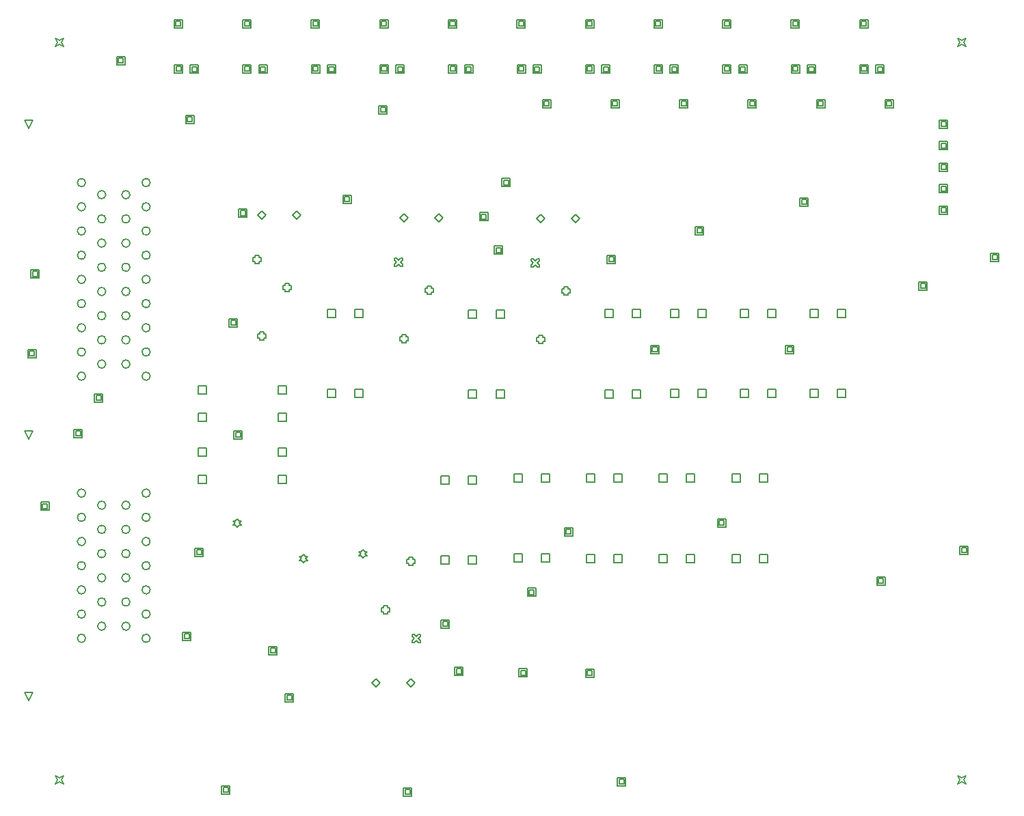
<source format=gbr>
%TF.GenerationSoftware,Altium Limited,Altium Designer,19.0.10 (269)*%
G04 Layer_Color=2752767*
%FSLAX26Y26*%
%MOIN*%
%TF.FileFunction,Drawing*%
%TF.Part,Single*%
G01*
G75*
%TA.AperFunction,NonConductor*%
%ADD79C,0.005000*%
%ADD80C,0.006667*%
D79*
X1365551Y1745000D02*
Y1785000D01*
X1405551D01*
Y1745000D01*
X1365551D01*
X975000D02*
Y1785000D01*
X1015000D01*
Y1745000D01*
X975000D01*
X1365551Y1878858D02*
Y1918858D01*
X1405551D01*
Y1878858D01*
X1365551D01*
X975000D02*
Y1918858D01*
X1015000D01*
Y1878858D01*
X975000D01*
Y2183780D02*
Y2223780D01*
X1015000D01*
Y2183780D01*
X975000D01*
X1365551D02*
Y2223780D01*
X1405551D01*
Y2183780D01*
X1365551D01*
X975000Y2049921D02*
Y2089921D01*
X1015000D01*
Y2049921D01*
X975000D01*
X1365551D02*
Y2089921D01*
X1405551D01*
Y2049921D01*
X1365551D01*
X1604843Y2166206D02*
Y2206206D01*
X1644843D01*
Y2166206D01*
X1604843D01*
Y2556757D02*
Y2596757D01*
X1644843D01*
Y2556757D01*
X1604843D01*
X1738701Y2166206D02*
Y2206206D01*
X1778701D01*
Y2166206D01*
X1738701D01*
Y2556757D02*
Y2596757D01*
X1778701D01*
Y2556757D01*
X1738701D01*
X2293490Y2161724D02*
Y2201724D01*
X2333490D01*
Y2161724D01*
X2293490D01*
Y2552276D02*
Y2592276D01*
X2333490D01*
Y2552276D01*
X2293490D01*
X2427348Y2161724D02*
Y2201724D01*
X2467348D01*
Y2161724D01*
X2427348D01*
Y2552276D02*
Y2592276D01*
X2467348D01*
Y2552276D01*
X2427348D01*
X2959165Y2163724D02*
Y2203724D01*
X2999165D01*
Y2163724D01*
X2959165D01*
Y2554276D02*
Y2594276D01*
X2999165D01*
Y2554276D01*
X2959165D01*
X3093023Y2163724D02*
Y2203724D01*
X3133023D01*
Y2163724D01*
X3093023D01*
Y2554276D02*
Y2594276D01*
X3133023D01*
Y2554276D01*
X3093023D01*
X3279361Y2164449D02*
Y2204449D01*
X3319361D01*
Y2164449D01*
X3279361D01*
Y2555000D02*
Y2595000D01*
X3319361D01*
Y2555000D01*
X3279361D01*
X3413220Y2164449D02*
Y2204449D01*
X3453220D01*
Y2164449D01*
X3413220D01*
Y2555000D02*
Y2595000D01*
X3453220D01*
Y2555000D01*
X3413220D01*
X3618246Y2164724D02*
Y2204724D01*
X3658246D01*
Y2164724D01*
X3618246D01*
Y2555276D02*
Y2595276D01*
X3658246D01*
Y2555276D01*
X3618246D01*
X3752104Y2164724D02*
Y2204724D01*
X3792104D01*
Y2164724D01*
X3752104D01*
Y2555276D02*
Y2595276D01*
X3792104D01*
Y2555276D01*
X3752104D01*
X3958379Y2164898D02*
Y2204898D01*
X3998379D01*
Y2164898D01*
X3958379D01*
Y2555450D02*
Y2595450D01*
X3998379D01*
Y2555450D01*
X3958379D01*
X4092237Y2164898D02*
Y2204898D01*
X4132237D01*
Y2164898D01*
X4092237D01*
Y2555450D02*
Y2595450D01*
X4132237D01*
Y2555450D01*
X4092237D01*
X3711237Y1751450D02*
Y1791450D01*
X3751237D01*
Y1751450D01*
X3711237D01*
Y1360898D02*
Y1400898D01*
X3751237D01*
Y1360898D01*
X3711237D01*
X3577378Y1751450D02*
Y1791450D01*
X3617378D01*
Y1751450D01*
X3577378D01*
Y1360898D02*
Y1400898D01*
X3617378D01*
Y1360898D01*
X3577378D01*
X3356886Y1751000D02*
Y1791000D01*
X3396886D01*
Y1751000D01*
X3356886D01*
Y1360449D02*
Y1400449D01*
X3396886D01*
Y1360449D01*
X3356886D01*
X3223028Y1751000D02*
Y1791000D01*
X3263028D01*
Y1751000D01*
X3223028D01*
Y1360449D02*
Y1400449D01*
X3263028D01*
Y1360449D01*
X3223028D01*
X3002570Y1751450D02*
Y1791450D01*
X3042570D01*
Y1751450D01*
X3002570D01*
Y1360898D02*
Y1400898D01*
X3042570D01*
Y1360898D01*
X3002570D01*
X2868712Y1751450D02*
Y1791450D01*
X2908712D01*
Y1751450D01*
X2868712D01*
Y1360898D02*
Y1400898D01*
X2908712D01*
Y1360898D01*
X2868712D01*
X2647701Y1751757D02*
Y1791757D01*
X2687701D01*
Y1751757D01*
X2647701D01*
Y1361206D02*
Y1401206D01*
X2687701D01*
Y1361206D01*
X2647701D01*
X2513843Y1751757D02*
Y1791757D01*
X2553843D01*
Y1751757D01*
X2513843D01*
Y1361206D02*
Y1401206D01*
X2553843D01*
Y1361206D01*
X2513843D01*
X2293314Y1743253D02*
Y1783253D01*
X2333314D01*
Y1743253D01*
X2293314D01*
Y1352702D02*
Y1392702D01*
X2333314D01*
Y1352702D01*
X2293314D01*
X2159456Y1743253D02*
Y1783253D01*
X2199456D01*
Y1743253D01*
X2159456D01*
Y1352702D02*
Y1392702D01*
X2199456D01*
Y1352702D01*
X2159456D01*
X150000Y684724D02*
X130000Y724724D01*
X170000D01*
X150000Y684724D01*
Y1964252D02*
X130000Y2004252D01*
X170000D01*
X150000Y1964252D01*
Y3480000D02*
X130000Y3520000D01*
X170000D01*
X150000Y3480000D01*
X1166000Y1532000D02*
X1176000Y1542000D01*
X1186000D01*
X1176000Y1552000D01*
X1186000Y1562000D01*
X1176000D01*
X1166000Y1572000D01*
X1156000Y1562000D01*
X1146000D01*
X1156000Y1552000D01*
X1146000Y1542000D01*
X1156000D01*
X1166000Y1532000D01*
X1777000Y1381000D02*
X1787000Y1391000D01*
X1797000D01*
X1787000Y1401000D01*
X1797000Y1411000D01*
X1787000D01*
X1777000Y1421000D01*
X1767000Y1411000D01*
X1757000D01*
X1767000Y1401000D01*
X1757000Y1391000D01*
X1767000D01*
X1777000Y1381000D01*
X1490000Y1360000D02*
X1500000Y1370000D01*
X1510000D01*
X1500000Y1380000D01*
X1510000Y1390000D01*
X1500000D01*
X1490000Y1400000D01*
X1480000Y1390000D01*
X1470000D01*
X1480000Y1380000D01*
X1470000Y1370000D01*
X1480000D01*
X1490000Y1360000D01*
X4680000Y280000D02*
X4690000Y300000D01*
X4680000Y320000D01*
X4700000Y310000D01*
X4720000Y320000D01*
X4710000Y300000D01*
X4720000Y280000D01*
X4700000Y290000D01*
X4680000Y280000D01*
Y3880000D02*
X4690000Y3900000D01*
X4680000Y3920000D01*
X4700000Y3910000D01*
X4720000Y3920000D01*
X4710000Y3900000D01*
X4720000Y3880000D01*
X4700000Y3890000D01*
X4680000Y3880000D01*
X280000D02*
X290000Y3900000D01*
X280000Y3920000D01*
X300000Y3910000D01*
X320000Y3920000D01*
X310000Y3900000D01*
X320000Y3880000D01*
X300000Y3890000D01*
X280000Y3880000D01*
Y280000D02*
X290000Y300000D01*
X280000Y320000D01*
X300000Y310000D01*
X320000Y320000D01*
X310000Y300000D01*
X320000Y280000D01*
X300000Y290000D01*
X280000Y280000D01*
X2634656Y2439512D02*
Y2429512D01*
X2654656D01*
Y2439512D01*
X2664656D01*
Y2459512D01*
X2654656D01*
Y2469512D01*
X2634656D01*
Y2459512D01*
X2624656D01*
Y2439512D01*
X2634656D01*
X2599065Y2803528D02*
X2609065D01*
X2619065Y2813528D01*
X2629065Y2803528D01*
X2639065D01*
Y2813528D01*
X2629065Y2823528D01*
X2639065Y2833528D01*
Y2843528D01*
X2629065D01*
X2619065Y2833528D01*
X2609065Y2843528D01*
X2599065D01*
Y2833528D01*
X2609065Y2823528D01*
X2599065Y2813528D01*
Y2803528D01*
X2758671Y2675732D02*
Y2665732D01*
X2778671D01*
Y2675732D01*
X2788671D01*
Y2695732D01*
X2778671D01*
Y2705732D01*
X2758671D01*
Y2695732D01*
X2748671D01*
Y2675732D01*
X2758671D01*
X2793947Y3040063D02*
X2813947Y3060063D01*
X2833947Y3040063D01*
X2813947Y3020063D01*
X2793947Y3040063D01*
X2624656D02*
X2644656Y3060063D01*
X2664656Y3040063D01*
X2644656Y3020063D01*
X2624656Y3040063D01*
X1969001Y2442449D02*
Y2432449D01*
X1989001D01*
Y2442449D01*
X1999001D01*
Y2462449D01*
X1989001D01*
Y2472449D01*
X1969001D01*
Y2462449D01*
X1959001D01*
Y2442449D01*
X1969001D01*
X1933410Y2806465D02*
X1943410D01*
X1953410Y2816465D01*
X1963410Y2806465D01*
X1973410D01*
Y2816465D01*
X1963410Y2826465D01*
X1973410Y2836465D01*
Y2846465D01*
X1963410D01*
X1953410Y2836465D01*
X1943410Y2846465D01*
X1933410D01*
Y2836465D01*
X1943410Y2826465D01*
X1933410Y2816465D01*
Y2806465D01*
X2093016Y2678670D02*
Y2668670D01*
X2113016D01*
Y2678670D01*
X2123016D01*
Y2698670D01*
X2113016D01*
Y2708670D01*
X2093016D01*
Y2698670D01*
X2083016D01*
Y2678670D01*
X2093016D01*
X2128292Y3043001D02*
X2148292Y3063001D01*
X2168292Y3043001D01*
X2148292Y3023001D01*
X2128292Y3043001D01*
X1959001D02*
X1979001Y3063001D01*
X1999001Y3043001D01*
X1979001Y3023001D01*
X1959001Y3043001D01*
X1276000Y2456449D02*
Y2446449D01*
X1296000D01*
Y2456449D01*
X1306000D01*
Y2476449D01*
X1296000D01*
Y2486449D01*
X1276000D01*
Y2476449D01*
X1266000D01*
Y2456449D01*
X1276000D01*
X1250410Y2830465D02*
Y2820465D01*
X1270410D01*
Y2830465D01*
X1280410D01*
Y2850465D01*
X1270410D01*
Y2860465D01*
X1250410D01*
Y2850465D01*
X1240410D01*
Y2830465D01*
X1250410D01*
X1400016Y2692669D02*
Y2682669D01*
X1420016D01*
Y2692669D01*
X1430016D01*
Y2712669D01*
X1420016D01*
Y2722669D01*
X1400016D01*
Y2712669D01*
X1390016D01*
Y2692669D01*
X1400016D01*
X1435292Y3057000D02*
X1455292Y3077000D01*
X1475292Y3057000D01*
X1455292Y3037000D01*
X1435292Y3057000D01*
X1266000D02*
X1286000Y3077000D01*
X1306000Y3057000D01*
X1286000Y3037000D01*
X1266000Y3057000D01*
X2001929Y1354551D02*
Y1344551D01*
X2021929D01*
Y1354551D01*
X2031929D01*
Y1374551D01*
X2021929D01*
Y1384551D01*
X2001929D01*
Y1374551D01*
X1991929D01*
Y1354551D01*
X2001929D01*
X2017520Y970535D02*
X2027520D01*
X2037520Y980535D01*
X2047520Y970535D01*
X2057520D01*
Y980535D01*
X2047520Y990535D01*
X2057520Y1000535D01*
Y1010535D01*
X2047520D01*
X2037520Y1000535D01*
X2027520Y1010535D01*
X2017520D01*
Y1000535D01*
X2027520Y990535D01*
X2017520Y980535D01*
Y970535D01*
X1877913Y1118331D02*
Y1108331D01*
X1897913D01*
Y1118331D01*
X1907913D01*
Y1138331D01*
X1897913D01*
Y1148331D01*
X1877913D01*
Y1138331D01*
X1867913D01*
Y1118331D01*
X1877913D01*
X1822638Y774000D02*
X1842638Y794000D01*
X1862638Y774000D01*
X1842638Y754000D01*
X1822638Y774000D01*
X1991929D02*
X2011929Y794000D01*
X2031929Y774000D01*
X2011929Y754000D01*
X1991929Y774000D01*
X1856294Y3550439D02*
Y3590439D01*
X1896294D01*
Y3550439D01*
X1856294D01*
X1864294Y3558439D02*
Y3582439D01*
X1888294D01*
Y3558439D01*
X1864294D01*
X2226000Y809000D02*
Y849000D01*
X2266000D01*
Y809000D01*
X2226000D01*
X2234000Y817000D02*
Y841000D01*
X2258000D01*
Y817000D01*
X2234000D01*
X1173000Y3046000D02*
Y3086000D01*
X1213000D01*
Y3046000D01*
X1173000D01*
X1181000Y3054000D02*
Y3078000D01*
X1205000D01*
Y3054000D01*
X1181000D01*
X1681000Y3113000D02*
Y3153000D01*
X1721000D01*
Y3113000D01*
X1681000D01*
X1689000Y3121000D02*
Y3145000D01*
X1713000D01*
Y3121000D01*
X1689000D01*
X914000Y3504000D02*
Y3544000D01*
X954000D01*
Y3504000D01*
X914000D01*
X922000Y3512000D02*
Y3536000D01*
X946000D01*
Y3512000D01*
X922000D01*
X3508000Y1533000D02*
Y1573000D01*
X3548000D01*
Y1533000D01*
X3508000D01*
X3516000Y1541000D02*
Y1565000D01*
X3540000D01*
Y1541000D01*
X3516000D01*
X2347000Y3028000D02*
Y3068000D01*
X2387000D01*
Y3028000D01*
X2347000D01*
X2355000Y3036000D02*
Y3060000D01*
X2379000D01*
Y3036000D01*
X2355000D01*
X2456217Y3194567D02*
Y3234567D01*
X2496217D01*
Y3194567D01*
X2456217D01*
X2464217Y3202567D02*
Y3226567D01*
X2488217D01*
Y3202567D01*
X2464217D01*
X144695Y2360000D02*
Y2400000D01*
X184695D01*
Y2360000D01*
X144695D01*
X152695Y2368000D02*
Y2392000D01*
X176695D01*
Y2368000D01*
X152695D01*
X160000Y2749010D02*
Y2789010D01*
X200000D01*
Y2749010D01*
X160000D01*
X168000Y2757010D02*
Y2781010D01*
X192000D01*
Y2757010D01*
X168000D01*
X4324456Y3580000D02*
Y3620000D01*
X4364456D01*
Y3580000D01*
X4324456D01*
X4332456Y3588000D02*
Y3612000D01*
X4356456D01*
Y3588000D01*
X4332456D01*
X3322396Y3580000D02*
Y3620000D01*
X3362396D01*
Y3580000D01*
X3322396D01*
X3330396Y3588000D02*
Y3612000D01*
X3354396D01*
Y3588000D01*
X3330396D01*
X577000Y3790000D02*
Y3830000D01*
X617000D01*
Y3790000D01*
X577000D01*
X585000Y3798000D02*
Y3822000D01*
X609000D01*
Y3798000D01*
X585000D01*
X4840000Y2830000D02*
Y2870000D01*
X4880000D01*
Y2830000D01*
X4840000D01*
X4848000Y2838000D02*
Y2862000D01*
X4872000D01*
Y2838000D01*
X4848000D01*
X207000Y1614278D02*
Y1654278D01*
X247000D01*
Y1614278D01*
X207000D01*
X215000Y1622278D02*
Y1646278D01*
X239000D01*
Y1622278D01*
X215000D01*
X470000Y2142952D02*
Y2182952D01*
X510000D01*
Y2142952D01*
X470000D01*
X478000Y2150952D02*
Y2174952D01*
X502000D01*
Y2150952D01*
X478000D01*
X370000Y1970000D02*
Y2010000D01*
X410000D01*
Y1970000D01*
X370000D01*
X378000Y1978000D02*
Y2002000D01*
X402000D01*
Y1978000D01*
X378000D01*
X3840000Y2380000D02*
Y2420000D01*
X3880000D01*
Y2380000D01*
X3840000D01*
X3848000Y2388000D02*
Y2412000D01*
X3872000D01*
Y2388000D01*
X3848000D01*
X3182201Y2380000D02*
Y2420000D01*
X3222201D01*
Y2380000D01*
X3182201D01*
X3190201Y2388000D02*
Y2412000D01*
X3214201D01*
Y2388000D01*
X3190201D01*
X2760726Y1490000D02*
Y1530000D01*
X2800726D01*
Y1490000D01*
X2760726D01*
X2768726Y1498000D02*
Y1522000D01*
X2792726D01*
Y1498000D01*
X2768726D01*
X4690000Y1400000D02*
Y1440000D01*
X4730000D01*
Y1400000D01*
X4690000D01*
X4698000Y1408000D02*
Y1432000D01*
X4722000D01*
Y1408000D01*
X4698000D01*
X4490000Y2690000D02*
Y2730000D01*
X4530000D01*
Y2690000D01*
X4490000D01*
X4498000Y2698000D02*
Y2722000D01*
X4522000D01*
Y2698000D01*
X4498000D01*
X3910000Y3100000D02*
Y3140000D01*
X3950000D01*
Y3100000D01*
X3910000D01*
X3918000Y3108000D02*
Y3132000D01*
X3942000D01*
Y3108000D01*
X3918000D01*
X3400000Y2960000D02*
Y3000000D01*
X3440000D01*
Y2960000D01*
X3400000D01*
X3408000Y2968000D02*
Y2992000D01*
X3432000D01*
Y2968000D01*
X3408000D01*
X2970000Y2820465D02*
Y2860465D01*
X3010000D01*
Y2820465D01*
X2970000D01*
X2978000Y2828465D02*
Y2852465D01*
X3002000D01*
Y2828465D01*
X2978000D01*
X2420000Y2864821D02*
Y2904821D01*
X2460000D01*
Y2864821D01*
X2420000D01*
X2428000Y2872821D02*
Y2896821D01*
X2452000D01*
Y2872821D01*
X2428000D01*
X1150000Y1964252D02*
Y2004252D01*
X1190000D01*
Y1964252D01*
X1150000D01*
X1158000Y1972252D02*
Y1996252D01*
X1182000D01*
Y1972252D01*
X1158000D01*
X1126000Y2510000D02*
Y2550000D01*
X1166000D01*
Y2510000D01*
X1126000D01*
X1134000Y2518000D02*
Y2542000D01*
X1158000D01*
Y2518000D01*
X1134000D01*
X960000Y1390000D02*
Y1430000D01*
X1000000D01*
Y1390000D01*
X960000D01*
X968000Y1398000D02*
Y1422000D01*
X992000D01*
Y1398000D01*
X968000D01*
X900000Y980000D02*
Y1020000D01*
X940000D01*
Y980000D01*
X900000D01*
X908000Y988000D02*
Y1012000D01*
X932000D01*
Y988000D01*
X908000D01*
X1320000Y910000D02*
Y950000D01*
X1360000D01*
Y910000D01*
X1320000D01*
X1328000Y918000D02*
Y942000D01*
X1352000D01*
Y918000D01*
X1328000D01*
X2160000Y1040000D02*
Y1080000D01*
X2200000D01*
Y1040000D01*
X2160000D01*
X2168000Y1048000D02*
Y1072000D01*
X2192000D01*
Y1048000D01*
X2168000D01*
X1400000Y680000D02*
Y720000D01*
X1440000D01*
Y680000D01*
X1400000D01*
X1408000Y688000D02*
Y712000D01*
X1432000D01*
Y688000D01*
X1408000D01*
X2581000Y1195000D02*
Y1235000D01*
X2621000D01*
Y1195000D01*
X2581000D01*
X2589000Y1203000D02*
Y1227000D01*
X2613000D01*
Y1203000D01*
X2589000D01*
X2540000Y802000D02*
Y842000D01*
X2580000D01*
Y802000D01*
X2540000D01*
X2548000Y810000D02*
Y834000D01*
X2572000D01*
Y810000D01*
X2548000D01*
X2863776Y800000D02*
Y840000D01*
X2903776D01*
Y800000D01*
X2863776D01*
X2871776Y808000D02*
Y832000D01*
X2895776D01*
Y808000D01*
X2871776D01*
X4284000Y1250000D02*
Y1290000D01*
X4324000D01*
Y1250000D01*
X4284000D01*
X4292000Y1258000D02*
Y1282000D01*
X4316000D01*
Y1258000D01*
X4292000D01*
X3020000Y270000D02*
Y310000D01*
X3060000D01*
Y270000D01*
X3020000D01*
X3028000Y278000D02*
Y302000D01*
X3052000D01*
Y278000D01*
X3028000D01*
X1975969Y220000D02*
Y260000D01*
X2015969D01*
Y220000D01*
X1975969D01*
X1983969Y228000D02*
Y252000D01*
X2007969D01*
Y228000D01*
X1983969D01*
X1090000Y230000D02*
Y270000D01*
X1130000D01*
Y230000D01*
X1090000D01*
X1098000Y238000D02*
Y262000D01*
X1122000D01*
Y238000D01*
X1098000D01*
X3945388Y3748482D02*
Y3788482D01*
X3985388D01*
Y3748482D01*
X3945388D01*
X3953388Y3756482D02*
Y3780482D01*
X3977388D01*
Y3756482D01*
X3953388D01*
X1939644Y3748482D02*
Y3788482D01*
X1979644D01*
Y3748482D01*
X1939644D01*
X1947644Y3756482D02*
Y3780482D01*
X1971644D01*
Y3756482D01*
X1947644D01*
X1605353Y3748482D02*
Y3788482D01*
X1645353D01*
Y3748482D01*
X1605353D01*
X1613353Y3756482D02*
Y3780482D01*
X1637353D01*
Y3756482D01*
X1613353D01*
X1861888Y3750726D02*
Y3790726D01*
X1901888D01*
Y3750726D01*
X1861888D01*
X1869888Y3758726D02*
Y3782726D01*
X1893888D01*
Y3758726D01*
X1869888D01*
X4590000Y3060000D02*
Y3100000D01*
X4630000D01*
Y3060000D01*
X4590000D01*
X4598000Y3068000D02*
Y3092000D01*
X4622000D01*
Y3068000D01*
X4598000D01*
X4590000Y3165000D02*
Y3205000D01*
X4630000D01*
Y3165000D01*
X4590000D01*
X4598000Y3173000D02*
Y3197000D01*
X4622000D01*
Y3173000D01*
X4598000D01*
X4590000Y3270000D02*
Y3310000D01*
X4630000D01*
Y3270000D01*
X4590000D01*
X4598000Y3278000D02*
Y3302000D01*
X4622000D01*
Y3278000D01*
X4598000D01*
X4590000Y3375000D02*
Y3415000D01*
X4630000D01*
Y3375000D01*
X4590000D01*
X4598000Y3383000D02*
Y3407000D01*
X4622000D01*
Y3383000D01*
X4598000D01*
X4590000Y3480000D02*
Y3520000D01*
X4630000D01*
Y3480000D01*
X4590000D01*
X4598000Y3488000D02*
Y3512000D01*
X4622000D01*
Y3488000D01*
X4598000D01*
X3990977Y3580000D02*
Y3620000D01*
X4030977D01*
Y3580000D01*
X3990977D01*
X3998977Y3588000D02*
Y3612000D01*
X4022977D01*
Y3588000D01*
X3998977D01*
X3656686Y3580000D02*
Y3620000D01*
X3696686D01*
Y3580000D01*
X3656686D01*
X3664686Y3588000D02*
Y3612000D01*
X3688686D01*
Y3588000D01*
X3664686D01*
X3276806Y3748482D02*
Y3788482D01*
X3316806D01*
Y3748482D01*
X3276806D01*
X3284806Y3756482D02*
Y3780482D01*
X3308806D01*
Y3756482D01*
X3284806D01*
X2988105Y3580000D02*
Y3620000D01*
X3028105D01*
Y3580000D01*
X2988105D01*
X2996105Y3588000D02*
Y3612000D01*
X3020105D01*
Y3588000D01*
X2996105D01*
X2653814Y3580000D02*
Y3620000D01*
X2693814D01*
Y3580000D01*
X2653814D01*
X2661814Y3588000D02*
Y3612000D01*
X2685814D01*
Y3588000D01*
X2661814D01*
X1271063Y3748482D02*
Y3788482D01*
X1311063D01*
Y3748482D01*
X1271063D01*
X1279063Y3756482D02*
Y3780482D01*
X1303063D01*
Y3756482D01*
X1279063D01*
X1192323Y3969740D02*
Y4009740D01*
X1232323D01*
Y3969740D01*
X1192323D01*
X1200323Y3977740D02*
Y4001740D01*
X1224323D01*
Y3977740D01*
X1200323D01*
X1193307Y3750726D02*
Y3790726D01*
X1233307D01*
Y3750726D01*
X1193307D01*
X1201307Y3758726D02*
Y3782726D01*
X1225307D01*
Y3758726D01*
X1201307D01*
X1526613Y3969740D02*
Y4009740D01*
X1566613D01*
Y3969740D01*
X1526613D01*
X1534613Y3977740D02*
Y4001740D01*
X1558613D01*
Y3977740D01*
X1534613D01*
X1527597Y3750726D02*
Y3790726D01*
X1567597D01*
Y3750726D01*
X1527597D01*
X1535597Y3758726D02*
Y3782726D01*
X1559597D01*
Y3758726D01*
X1535597D01*
X3611097Y3748482D02*
Y3788482D01*
X3651097D01*
Y3748482D01*
X3611097D01*
X3619097Y3756482D02*
Y3780482D01*
X3643097D01*
Y3756482D01*
X3619097D01*
X3532357Y3969740D02*
Y4009740D01*
X3572357D01*
Y3969740D01*
X3532357D01*
X3540357Y3977740D02*
Y4001740D01*
X3564357D01*
Y3977740D01*
X3540357D01*
X3533341Y3750726D02*
Y3790726D01*
X3573341D01*
Y3750726D01*
X3533341D01*
X3541341Y3758726D02*
Y3782726D01*
X3565341D01*
Y3758726D01*
X3541341D01*
X3866647Y3969740D02*
Y4009740D01*
X3906647D01*
Y3969740D01*
X3866647D01*
X3874647Y3977740D02*
Y4001740D01*
X3898647D01*
Y3977740D01*
X3874647D01*
X3867632Y3750726D02*
Y3790726D01*
X3907632D01*
Y3750726D01*
X3867632D01*
X3875632Y3758726D02*
Y3782726D01*
X3899632D01*
Y3758726D01*
X3875632D01*
X4279678Y3748482D02*
Y3788482D01*
X4319678D01*
Y3748482D01*
X4279678D01*
X4287678Y3756482D02*
Y3780482D01*
X4311678D01*
Y3756482D01*
X4287678D01*
X4200938Y3969740D02*
Y4009740D01*
X4240938D01*
Y3969740D01*
X4200938D01*
X4208938Y3977740D02*
Y4001740D01*
X4232938D01*
Y3977740D01*
X4208938D01*
X4201922Y3750726D02*
Y3790726D01*
X4241922D01*
Y3750726D01*
X4201922D01*
X4209922Y3758726D02*
Y3782726D01*
X4233922D01*
Y3758726D01*
X4209922D01*
X1860904Y3969740D02*
Y4009740D01*
X1900904D01*
Y3969740D01*
X1860904D01*
X1868904Y3977740D02*
Y4001740D01*
X1892904D01*
Y3977740D01*
X1868904D01*
X2273935Y3748482D02*
Y3788482D01*
X2313935D01*
Y3748482D01*
X2273935D01*
X2281935Y3756482D02*
Y3780482D01*
X2305935D01*
Y3756482D01*
X2281935D01*
X2195194Y3969740D02*
Y4009740D01*
X2235194D01*
Y3969740D01*
X2195194D01*
X2203194Y3977740D02*
Y4001740D01*
X2227194D01*
Y3977740D01*
X2203194D01*
X2196179Y3750726D02*
Y3790726D01*
X2236179D01*
Y3750726D01*
X2196179D01*
X2204179Y3758726D02*
Y3782726D01*
X2228179D01*
Y3758726D01*
X2204179D01*
X2608225Y3748482D02*
Y3788482D01*
X2648225D01*
Y3748482D01*
X2608225D01*
X2616225Y3756482D02*
Y3780482D01*
X2640225D01*
Y3756482D01*
X2616225D01*
X2529485Y3969740D02*
Y4009740D01*
X2569485D01*
Y3969740D01*
X2529485D01*
X2537485Y3977740D02*
Y4001740D01*
X2561485D01*
Y3977740D01*
X2537485D01*
X2530469Y3750726D02*
Y3790726D01*
X2570469D01*
Y3750726D01*
X2530469D01*
X2538469Y3758726D02*
Y3782726D01*
X2562469D01*
Y3758726D01*
X2538469D01*
X2942516Y3748482D02*
Y3788482D01*
X2982516D01*
Y3748482D01*
X2942516D01*
X2950516Y3756482D02*
Y3780482D01*
X2974516D01*
Y3756482D01*
X2950516D01*
X2863776Y3969740D02*
Y4009740D01*
X2903776D01*
Y3969740D01*
X2863776D01*
X2871776Y3977740D02*
Y4001740D01*
X2895776D01*
Y3977740D01*
X2871776D01*
X2864760Y3750726D02*
Y3790726D01*
X2904760D01*
Y3750726D01*
X2864760D01*
X2872760Y3758726D02*
Y3782726D01*
X2896760D01*
Y3758726D01*
X2872760D01*
X3198066Y3969740D02*
Y4009740D01*
X3238066D01*
Y3969740D01*
X3198066D01*
X3206066Y3977740D02*
Y4001740D01*
X3230066D01*
Y3977740D01*
X3206066D01*
X3199050Y3750726D02*
Y3790726D01*
X3239050D01*
Y3750726D01*
X3199050D01*
X3207050Y3758726D02*
Y3782726D01*
X3231050D01*
Y3758726D01*
X3207050D01*
X936772Y3748482D02*
Y3788482D01*
X976772D01*
Y3748482D01*
X936772D01*
X944772Y3756482D02*
Y3780482D01*
X968772D01*
Y3756482D01*
X944772D01*
X858032Y3969740D02*
Y4009740D01*
X898032D01*
Y3969740D01*
X858032D01*
X866032Y3977740D02*
Y4001740D01*
X890032D01*
Y3977740D01*
X866032D01*
X859016Y3750726D02*
Y3790726D01*
X899016D01*
Y3750726D01*
X859016D01*
X867016Y3758726D02*
Y3782726D01*
X891016D01*
Y3758726D01*
X867016D01*
D80*
X740866Y2269685D02*
G03*
X740866Y2269685I-20000J0D01*
G01*
Y2387795D02*
G03*
X740866Y2387795I-20000J0D01*
G01*
Y2505905D02*
G03*
X740866Y2505905I-20000J0D01*
G01*
Y2624016D02*
G03*
X740866Y2624016I-20000J0D01*
G01*
Y2742126D02*
G03*
X740866Y2742126I-20000J0D01*
G01*
Y2860236D02*
G03*
X740866Y2860236I-20000J0D01*
G01*
Y2978347D02*
G03*
X740866Y2978347I-20000J0D01*
G01*
Y3096457D02*
G03*
X740866Y3096457I-20000J0D01*
G01*
Y3214567D02*
G03*
X740866Y3214567I-20000J0D01*
G01*
X642441Y2328740D02*
G03*
X642441Y2328740I-20000J0D01*
G01*
Y2446850D02*
G03*
X642441Y2446850I-20000J0D01*
G01*
Y2564961D02*
G03*
X642441Y2564961I-20000J0D01*
G01*
Y2683071D02*
G03*
X642441Y2683071I-20000J0D01*
G01*
Y2801181D02*
G03*
X642441Y2801181I-20000J0D01*
G01*
Y2919291D02*
G03*
X642441Y2919291I-20000J0D01*
G01*
Y3037402D02*
G03*
X642441Y3037402I-20000J0D01*
G01*
Y3155512D02*
G03*
X642441Y3155512I-20000J0D01*
G01*
X524331Y2328740D02*
G03*
X524331Y2328740I-20000J0D01*
G01*
Y2446850D02*
G03*
X524331Y2446850I-20000J0D01*
G01*
Y2564961D02*
G03*
X524331Y2564961I-20000J0D01*
G01*
Y2683071D02*
G03*
X524331Y2683071I-20000J0D01*
G01*
Y2801181D02*
G03*
X524331Y2801181I-20000J0D01*
G01*
Y2919291D02*
G03*
X524331Y2919291I-20000J0D01*
G01*
Y3037402D02*
G03*
X524331Y3037402I-20000J0D01*
G01*
Y3155512D02*
G03*
X524331Y3155512I-20000J0D01*
G01*
X425906Y2269685D02*
G03*
X425906Y2269685I-20000J0D01*
G01*
Y2387795D02*
G03*
X425906Y2387795I-20000J0D01*
G01*
Y2505905D02*
G03*
X425906Y2505905I-20000J0D01*
G01*
Y2624016D02*
G03*
X425906Y2624016I-20000J0D01*
G01*
Y2742126D02*
G03*
X425906Y2742126I-20000J0D01*
G01*
Y2860236D02*
G03*
X425906Y2860236I-20000J0D01*
G01*
Y2978347D02*
G03*
X425906Y2978347I-20000J0D01*
G01*
Y3096457D02*
G03*
X425906Y3096457I-20000J0D01*
G01*
Y3214567D02*
G03*
X425906Y3214567I-20000J0D01*
G01*
Y1698819D02*
G03*
X425906Y1698819I-20000J0D01*
G01*
Y1580709D02*
G03*
X425906Y1580709I-20000J0D01*
G01*
Y1462599D02*
G03*
X425906Y1462599I-20000J0D01*
G01*
Y1344488D02*
G03*
X425906Y1344488I-20000J0D01*
G01*
Y1226378D02*
G03*
X425906Y1226378I-20000J0D01*
G01*
Y1108268D02*
G03*
X425906Y1108268I-20000J0D01*
G01*
Y990158D02*
G03*
X425906Y990158I-20000J0D01*
G01*
X524331Y1639764D02*
G03*
X524331Y1639764I-20000J0D01*
G01*
Y1521654D02*
G03*
X524331Y1521654I-20000J0D01*
G01*
Y1403543D02*
G03*
X524331Y1403543I-20000J0D01*
G01*
Y1285433D02*
G03*
X524331Y1285433I-20000J0D01*
G01*
Y1167323D02*
G03*
X524331Y1167323I-20000J0D01*
G01*
Y1049213D02*
G03*
X524331Y1049213I-20000J0D01*
G01*
X642441Y1639764D02*
G03*
X642441Y1639764I-20000J0D01*
G01*
Y1521654D02*
G03*
X642441Y1521654I-20000J0D01*
G01*
Y1403543D02*
G03*
X642441Y1403543I-20000J0D01*
G01*
Y1285433D02*
G03*
X642441Y1285433I-20000J0D01*
G01*
Y1167323D02*
G03*
X642441Y1167323I-20000J0D01*
G01*
Y1049213D02*
G03*
X642441Y1049213I-20000J0D01*
G01*
X740866Y1698819D02*
G03*
X740866Y1698819I-20000J0D01*
G01*
Y1580709D02*
G03*
X740866Y1580709I-20000J0D01*
G01*
Y1462599D02*
G03*
X740866Y1462599I-20000J0D01*
G01*
Y1344488D02*
G03*
X740866Y1344488I-20000J0D01*
G01*
Y1226378D02*
G03*
X740866Y1226378I-20000J0D01*
G01*
Y1108268D02*
G03*
X740866Y1108268I-20000J0D01*
G01*
Y990158D02*
G03*
X740866Y990158I-20000J0D01*
G01*
%TF.MD5,ddaa5beb83c2a2c7b3ea10ac692d5ac8*%
M02*

</source>
